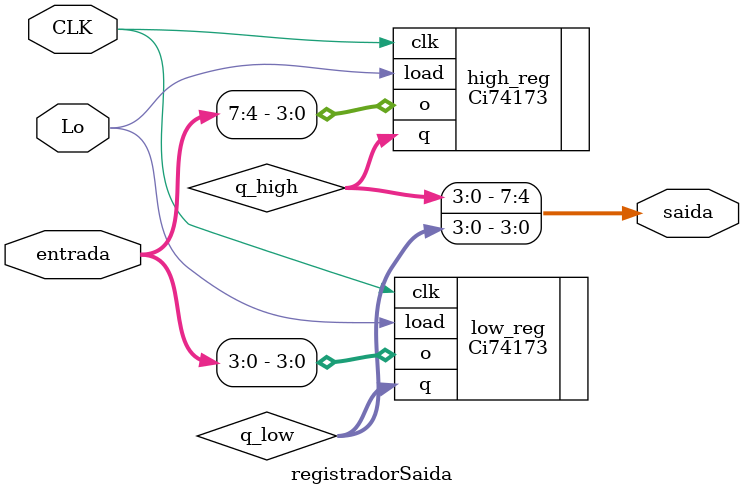
<source format=v>
module registradorSaida (
    input CLK,
    input Lo,                    // Load do registrador de Saida
    input [7:0] entrada,         // Vindo do barramento
    output [7:0] saida      		
);

    wire [3:0] q_low, q_high;

    // Instâncias dos dois CI74173
    Ci74173 low_reg (				//Reg de bits menos significativos
        .clk(CLK),
        .load(Lo),
        .o(entrada[3:0]),
        .q(q_low)
    );

    Ci74173 high_reg (				//Reg de bits mais significativos
        .clk(CLK),
        .load(Lo),
        .o(entrada[7:4]),
        .q(q_high)
    );

	 // Saida final
    assign saida = {q_high, q_low};


endmodule

</source>
